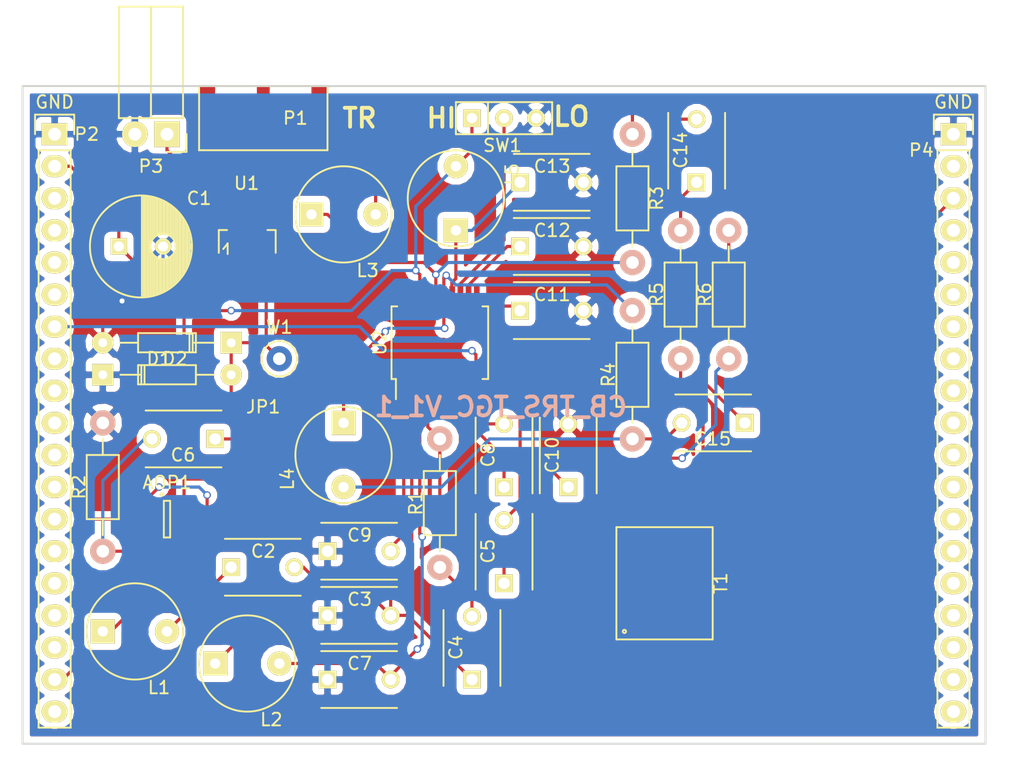
<source format=kicad_pcb>
(kicad_pcb (version 4) (host pcbnew 4.0.4+e1-6308~48~ubuntu16.04.1-stable)
  (layers (0 F.Cu signal) (31 B.Cu signal) (34 B.Paste user) (35 F.Paste user) (36 B.SilkS user) (37 F.SilkS user) (38 B.Mask user) (39 F.Mask user) (44 Edge.Cuts user))
  (net 0 "")
  (net 1 "Net-(AOP1-Pad1)")
  (net 2 "Net-(AOP1-Pad2)")
  (net 3 "Net-(AOP1-Pad3)")
  (net 4 "Net-(AOP1-Pad6)")
  (net 5 GND)
  (net 6 "Net-(C2-Pad1)")
  (net 7 "Net-(C2-Pad2)")
  (net 8 "Net-(C4-Pad2)")
  (net 9 "Net-(C5-Pad1)")
  (net 10 "Net-(C5-Pad2)")
  (net 11 "Net-(C6-Pad1)")
  (net 12 "Net-(C7-Pad2)")
  (net 13 "Net-(C8-Pad1)")
  (net 14 "Net-(C8-Pad2)")
  (net 15 "Net-(C9-Pad2)")
  (net 16 "Net-(C10-Pad1)")
  (net 17 "Net-(C11-Pad1)")
  (net 18 "Net-(C12-Pad1)")
  (net 19 "Net-(C13-Pad1)")
  (net 20 "Net-(C14-Pad1)")
  (net 21 "Net-(C14-Pad2)")
  (net 22 "Net-(C15-Pad1)")
  (net 23 "Net-(C15-Pad2)")
  (net 24 "Net-(D1-Pad1)")
  (net 25 "Net-(L3-Pad1)")
  (net 26 "Net-(L4-Pad1)")
  (net 27 "Net-(P1-Pad1)")
  (net 28 "Net-(P4-Pad3)")
  (net 29 "Net-(R5-Pad1)")
  (net 30 "Net-(R6-Pad1)")
  (net 31 "Net-(SW1-Pad2)")
  (net 32 "Net-(U1-Pad2)")
  (module "Echopen:SOT-23-6_Handsoldering(OPA625)" (layer F.Cu) (at 55.88 118.11)
    (fp_text reference AOP1 (at 0 -2.9) (layer F.SilkS))
    (fp_text value OPA625)
    (pad 1 smd rect (at -1.35 -0.95) (size 1.56 0.65) (layers F.Cu F.Paste F.Mask) (net 1 "Net-(AOP1-Pad1)"))
    (pad 2 smd rect (at -1.35 0) (size 1.56 0.65) (layers F.Cu F.Paste F.Mask) (net 2 "Net-(AOP1-Pad2)"))
    (pad 3 smd rect (at -1.35 0.95) (size 1.56 0.65) (layers F.Cu F.Paste F.Mask) (net 3 "Net-(AOP1-Pad3)"))
    (pad 4 smd rect (at 1.35 0.95) (size 1.56 0.65) (layers F.Cu F.Paste F.Mask) (net 1 "Net-(AOP1-Pad1)"))
    (pad 6 smd rect (at 1.35 -0.95) (size 1.56 0.65) (layers F.Cu F.Paste F.Mask) (net 4 "Net-(AOP1-Pad6)"))
    (pad 5 smd rect (at 1.35 0) (size 1.56 0.65) (layers F.Cu F.Paste F.Mask) (net 2 "Net-(AOP1-Pad2)"))
  )
  (module Echopen:CP_TH_common (layer F.Cu) (at 52.07 96.52)
    (fp_text reference C1 (at 6.35 -3.81) (layer F.SilkS))
    (fp_text value 10u)
    (pad 2 thru_hole circle (at 3.5 0) (size 1.3 1.3) (drill 0.8) (layers *.Cu *.Mask F.SilkS) (net 5 GND))
    (pad 1 thru_hole rect (at 0 0) (size 1.3 1.3) (drill 0.8) (layers *.Cu *.Mask F.SilkS) (net 4 "Net-(AOP1-Pad6)"))
  )
  (module Echopen:C_TH_common (layer F.Cu) (at 60.96 121.92)
    (fp_text reference C2 (at 2.54 -1.27) (layer F.SilkS))
    (fp_text value 100n)
    (pad 1 thru_hole rect (at 0 0) (size 1.4 1.4) (drill 0.9) (layers *.Cu *.Mask F.SilkS) (net 6 "Net-(C2-Pad1)"))
    (pad 2 thru_hole circle (at 5 0) (size 1.4 1.4) (drill 0.9) (layers *.Cu *.Mask F.SilkS) (net 7 "Net-(C2-Pad2)"))
  )
  (module Echopen:C_TH_common (layer F.Cu) (at 68.58 125.73)
    (fp_text reference C3 (at 2.54 -1.27) (layer F.SilkS))
    (fp_text value 22p)
    (pad 1 thru_hole rect (at 0 0) (size 1.4 1.4) (drill 0.9) (layers *.Cu *.Mask F.SilkS) (net 5 GND))
    (pad 2 thru_hole circle (at 5 0) (size 1.4 1.4) (drill 0.9) (layers *.Cu *.Mask F.SilkS) (net 7 "Net-(C2-Pad2)"))
  )
  (module Echopen:C_TH_common (layer F.Cu) (at 80.01 130.81 90)
    (fp_text reference C4 (at 2.54 -1.27 90) (layer F.SilkS))
    (fp_text value 18n)
    (pad 1 thru_hole rect (at 0 0 90) (size 1.4 1.4) (drill 0.9) (layers *.Cu *.Mask F.SilkS) (net 7 "Net-(C2-Pad2)"))
    (pad 2 thru_hole circle (at 5 0 90) (size 1.4 1.4) (drill 0.9) (layers *.Cu *.Mask F.SilkS) (net 8 "Net-(C4-Pad2)"))
  )
  (module Echopen:C_TH_common (layer F.Cu) (at 82.55 123.19 90)
    (fp_text reference C5 (at 2.54 -1.27 90) (layer F.SilkS))
    (fp_text value 100n)
    (pad 1 thru_hole rect (at 0 0 90) (size 1.4 1.4) (drill 0.9) (layers *.Cu *.Mask F.SilkS) (net 9 "Net-(C5-Pad1)"))
    (pad 2 thru_hole circle (at 5 0 90) (size 1.4 1.4) (drill 0.9) (layers *.Cu *.Mask F.SilkS) (net 10 "Net-(C5-Pad2)"))
  )
  (module Echopen:C_TH_common (layer F.Cu) (at 59.69 111.76 180)
    (fp_text reference C6 (at 2.54 -1.27 180) (layer F.SilkS))
    (fp_text value 1n)
    (pad 1 thru_hole rect (at 0 0 180) (size 1.4 1.4) (drill 0.9) (layers *.Cu *.Mask F.SilkS) (net 11 "Net-(C6-Pad1)"))
    (pad 2 thru_hole circle (at 5 0 180) (size 1.4 1.4) (drill 0.9) (layers *.Cu *.Mask F.SilkS) (net 3 "Net-(AOP1-Pad3)"))
  )
  (module Echopen:C_TH_common (layer F.Cu) (at 68.58 130.81)
    (fp_text reference C7 (at 2.54 -1.27) (layer F.SilkS))
    (fp_text value 100n)
    (pad 1 thru_hole rect (at 0 0) (size 1.4 1.4) (drill 0.9) (layers *.Cu *.Mask F.SilkS) (net 5 GND))
    (pad 2 thru_hole circle (at 5 0) (size 1.4 1.4) (drill 0.9) (layers *.Cu *.Mask F.SilkS) (net 12 "Net-(C7-Pad2)"))
  )
  (module Echopen:C_TH_common (layer F.Cu) (at 82.55 115.57 90)
    (fp_text reference C8 (at 2.54 -1.27 90) (layer F.SilkS))
    (fp_text value 100n)
    (pad 1 thru_hole rect (at 0 0 90) (size 1.4 1.4) (drill 0.9) (layers *.Cu *.Mask F.SilkS) (net 13 "Net-(C8-Pad1)"))
    (pad 2 thru_hole circle (at 5 0 90) (size 1.4 1.4) (drill 0.9) (layers *.Cu *.Mask F.SilkS) (net 14 "Net-(C8-Pad2)"))
  )
  (module Echopen:C_TH_common (layer F.Cu) (at 68.58 120.65)
    (fp_text reference C9 (at 2.54 -1.27) (layer F.SilkS))
    (fp_text value 100n)
    (pad 1 thru_hole rect (at 0 0) (size 1.4 1.4) (drill 0.9) (layers *.Cu *.Mask F.SilkS) (net 5 GND))
    (pad 2 thru_hole circle (at 5 0) (size 1.4 1.4) (drill 0.9) (layers *.Cu *.Mask F.SilkS) (net 15 "Net-(C9-Pad2)"))
  )
  (module Echopen:C_TH_common (layer F.Cu) (at 87.63 115.57 90)
    (fp_text reference C10 (at 2.54 -1.27 90) (layer F.SilkS))
    (fp_text value 1n)
    (pad 1 thru_hole rect (at 0 0 90) (size 1.4 1.4) (drill 0.9) (layers *.Cu *.Mask F.SilkS) (net 16 "Net-(C10-Pad1)"))
    (pad 2 thru_hole circle (at 5 0 90) (size 1.4 1.4) (drill 0.9) (layers *.Cu *.Mask F.SilkS) (net 5 GND))
  )
  (module Echopen:C_TH_common (layer F.Cu) (at 83.82 101.6)
    (fp_text reference C11 (at 2.54 -1.27) (layer F.SilkS))
    (fp_text value 100n)
    (pad 1 thru_hole rect (at 0 0) (size 1.4 1.4) (drill 0.9) (layers *.Cu *.Mask F.SilkS) (net 17 "Net-(C11-Pad1)"))
    (pad 2 thru_hole circle (at 5 0) (size 1.4 1.4) (drill 0.9) (layers *.Cu *.Mask F.SilkS) (net 5 GND))
  )
  (module Echopen:C_TH_common (layer F.Cu) (at 83.82 96.52)
    (fp_text reference C12 (at 2.54 -1.27) (layer F.SilkS))
    (fp_text value 100n)
    (pad 1 thru_hole rect (at 0 0) (size 1.4 1.4) (drill 0.9) (layers *.Cu *.Mask F.SilkS) (net 18 "Net-(C12-Pad1)"))
    (pad 2 thru_hole circle (at 5 0) (size 1.4 1.4) (drill 0.9) (layers *.Cu *.Mask F.SilkS) (net 5 GND))
  )
  (module Echopen:C_TH_common (layer F.Cu) (at 83.82 91.44)
    (fp_text reference C13 (at 2.54 -1.27) (layer F.SilkS))
    (fp_text value 100n)
    (pad 1 thru_hole rect (at 0 0) (size 1.4 1.4) (drill 0.9) (layers *.Cu *.Mask F.SilkS) (net 19 "Net-(C13-Pad1)"))
    (pad 2 thru_hole circle (at 5 0) (size 1.4 1.4) (drill 0.9) (layers *.Cu *.Mask F.SilkS) (net 5 GND))
  )
  (module Echopen:C_TH_common (layer F.Cu) (at 97.79 91.44 90)
    (fp_text reference C14 (at 2.54 -1.27 90) (layer F.SilkS))
    (fp_text value 100n)
    (pad 1 thru_hole rect (at 0 0 90) (size 1.4 1.4) (drill 0.9) (layers *.Cu *.Mask F.SilkS) (net 20 "Net-(C14-Pad1)"))
    (pad 2 thru_hole circle (at 5 0 90) (size 1.4 1.4) (drill 0.9) (layers *.Cu *.Mask F.SilkS) (net 21 "Net-(C14-Pad2)"))
  )
  (module Echopen:C_TH_common (layer F.Cu) (at 101.6 110.49 180)
    (fp_text reference C15 (at 2.54 -1.27 180) (layer F.SilkS))
    (fp_text value 100n)
    (pad 1 thru_hole rect (at 0 0 180) (size 1.4 1.4) (drill 0.9) (layers *.Cu *.Mask F.SilkS) (net 22 "Net-(C15-Pad1)"))
    (pad 2 thru_hole circle (at 5 0 180) (size 1.4 1.4) (drill 0.9) (layers *.Cu *.Mask F.SilkS) (net 23 "Net-(C15-Pad2)"))
  )
  (module Echopen:D_TH_common (layer F.Cu) (at 60.96 104.14 180)
    (fp_text reference D1 (at 5.715 -1.27 180) (layer F.SilkS))
    (fp_text value 1N4148)
    (pad 2 thru_hole circle (at 10.16052 -0.00254) (size 1.69926 1.69926) (drill 0.70104) (layers *.Cu *.Mask F.SilkS) (net 5 GND))
    (pad 1 thru_hole rect (at 0.00052 -0.00254) (size 1.69926 1.69926) (drill 0.70104) (layers *.Cu *.Mask F.SilkS) (net 24 "Net-(D1-Pad1)"))
  )
  (module Echopen:D_TH_common (layer F.Cu) (at 50.8 106.68)
    (fp_text reference D2 (at 5.715 -1.27) (layer F.SilkS))
    (fp_text value 1N4148)
    (pad 2 thru_hole circle (at 10.16052 -0.00254 180) (size 1.69926 1.69926) (drill 0.70104) (layers *.Cu *.Mask F.SilkS) (net 24 "Net-(D1-Pad1)"))
    (pad 1 thru_hole rect (at 0.00052 -0.00254 180) (size 1.69926 1.69926) (drill 0.70104) (layers *.Cu *.Mask F.SilkS) (net 5 GND))
  )
  (module Echopen:Jumper (layer F.Cu) (at 63.5 110.49)
    (fp_text reference JP1 (at 0 -1.27) (layer F.SilkS))
    (fp_text value JUMPER)
    (pad 1 smd rect (at -0.889 0) (size 1.27 1.27) (layers F.Cu F.Paste F.Mask) (net 24 "Net-(D1-Pad1)"))
    (pad 2 smd rect (at 0.889 0) (size 1.27 1.27) (layers F.Cu F.Paste F.Mask) (net 11 "Net-(C6-Pad1)"))
  )
  (module Echopen:INDUCTOR_TH_common (layer F.Cu) (at 53.34 127)
    (fp_text reference L1 (at 1.905 4.445) (layer F.SilkS))
    (fp_text value 120n)
    (pad 1 thru_hole rect (at -2.54 0) (size 1.905 1.905) (drill 0.8128) (layers *.Cu *.Mask F.SilkS) (net 1 "Net-(AOP1-Pad1)"))
    (pad 2 thru_hole circle (at 2.54 0) (size 1.905 1.905) (drill 0.8128) (layers *.Cu *.Mask F.SilkS) (net 6 "Net-(C2-Pad1)"))
  )
  (module Echopen:INDUCTOR_TH_common (layer F.Cu) (at 62.23 129.54)
    (fp_text reference L2 (at 1.905 4.445) (layer F.SilkS))
    (fp_text value 120n)
    (pad 1 thru_hole rect (at -2.54 0) (size 1.905 1.905) (drill 0.8128) (layers *.Cu *.Mask F.SilkS) (net 4 "Net-(AOP1-Pad6)"))
    (pad 2 thru_hole circle (at 2.54 0) (size 1.905 1.905) (drill 0.8128) (layers *.Cu *.Mask F.SilkS) (net 12 "Net-(C7-Pad2)"))
  )
  (module Echopen:INDUCTOR_TH_common (layer F.Cu) (at 69.85 93.98)
    (fp_text reference L3 (at 1.905 4.445) (layer F.SilkS))
    (fp_text value 120n)
    (pad 1 thru_hole rect (at -2.54 0) (size 1.905 1.905) (drill 0.8128) (layers *.Cu *.Mask F.SilkS) (net 25 "Net-(L3-Pad1)"))
    (pad 2 thru_hole circle (at 2.54 0) (size 1.905 1.905) (drill 0.8128) (layers *.Cu *.Mask F.SilkS) (net 21 "Net-(C14-Pad2)"))
  )
  (module Echopen:INDUCTOR_TH_common (layer F.Cu) (at 69.85 113.03 270)
    (fp_text reference L4 (at 1.905 4.445 270) (layer F.SilkS))
    (fp_text value 120n)
    (pad 1 thru_hole rect (at -2.54 0 270) (size 1.905 1.905) (drill 0.8128) (layers *.Cu *.Mask F.SilkS) (net 26 "Net-(L4-Pad1)"))
    (pad 2 thru_hole circle (at 2.54 0 270) (size 1.905 1.905) (drill 0.8128) (layers *.Cu *.Mask F.SilkS) (net 23 "Net-(C15-Pad2)"))
  )
  (module Echopen:INDUCTOR_TH_common (layer F.Cu) (at 78.74 92.71 90)
    (fp_text reference L5 (at 1.905 4.445 90) (layer F.SilkS))
    (fp_text value 120n)
    (pad 1 thru_hole rect (at -2.54 0 90) (size 1.905 1.905) (drill 0.8128) (layers *.Cu *.Mask F.SilkS) (net 19 "Net-(C13-Pad1)"))
    (pad 2 thru_hole circle (at 2.54 0 90) (size 1.905 1.905) (drill 0.8128) (layers *.Cu *.Mask F.SilkS) (net 4 "Net-(AOP1-Pad6)"))
  )
  (module Socket_Strips:Socket_Strip_Angled_1x02 (layer F.Cu) (at 55.88 87.63 180)
    (fp_text reference P3 (at 1.27 -2.54 180) (layer F.SilkS))
    (fp_text value CONN_01X02)
    (pad 1 thru_hole rect (at 0 0 180) (size 2.032 2.032) (drill 1.016) (layers *.Cu *.Mask F.SilkS) (net 27 "Net-(P1-Pad1)"))
    (pad 2 thru_hole oval (at 2.54 0 180) (size 2.032 2.032) (drill 1.016) (layers *.Cu *.Mask F.SilkS) (net 5 GND))
  )
  (module Echopen:Resistor_TH_common (layer F.Cu) (at 77.47 121.92 90)
    (fp_text reference R1 (at 5.08 -1.905 90) (layer F.SilkS))
    (fp_text value 274)
    (pad 1 thru_hole circle (at 0 0 90) (size 1.99898 1.99898) (drill 1.00076) (layers *.Cu *.SilkS *.Mask) (net 8 "Net-(C4-Pad2)"))
    (pad 2 thru_hole circle (at 10.16 0 90) (size 1.99898 1.99898) (drill 1.00076) (layers *.Cu *.SilkS *.Mask) (net 9 "Net-(C5-Pad1)"))
  )
  (module Echopen:Resistor_TH_common (layer F.Cu) (at 50.8 120.65 90)
    (fp_text reference R2 (at 5.08 -1.905 90) (layer F.SilkS))
    (fp_text value 220)
    (pad 1 thru_hole circle (at 0 0 90) (size 1.99898 1.99898) (drill 1.00076) (layers *.Cu *.SilkS *.Mask) (net 3 "Net-(AOP1-Pad3)"))
    (pad 2 thru_hole circle (at 10.16 0 90) (size 1.99898 1.99898) (drill 1.00076) (layers *.Cu *.SilkS *.Mask) (net 5 GND))
  )
  (module Echopen:Resistor_TH_common (layer F.Cu) (at 92.71 87.63 270)
    (fp_text reference R3 (at 5.08 -1.905 270) (layer F.SilkS))
    (fp_text value 100)
    (pad 1 thru_hole circle (at 0 0 270) (size 1.99898 1.99898) (drill 1.00076) (layers *.Cu *.SilkS *.Mask) (net 21 "Net-(C14-Pad2)"))
    (pad 2 thru_hole circle (at 10.16 0 270) (size 1.99898 1.99898) (drill 1.00076) (layers *.Cu *.SilkS *.Mask) (net 25 "Net-(L3-Pad1)"))
  )
  (module Echopen:Resistor_TH_common (layer F.Cu) (at 92.71 111.76 90)
    (fp_text reference R4 (at 5.08 -1.905 90) (layer F.SilkS))
    (fp_text value 100)
    (pad 1 thru_hole circle (at 0 0 90) (size 1.99898 1.99898) (drill 1.00076) (layers *.Cu *.SilkS *.Mask) (net 23 "Net-(C15-Pad2)"))
    (pad 2 thru_hole circle (at 10.16 0 90) (size 1.99898 1.99898) (drill 1.00076) (layers *.Cu *.SilkS *.Mask) (net 26 "Net-(L4-Pad1)"))
  )
  (module Echopen:Resistor_TH_common (layer F.Cu) (at 96.52 105.41 90)
    (fp_text reference R5 (at 5.08 -1.905 90) (layer F.SilkS))
    (fp_text value 237)
    (pad 1 thru_hole circle (at 0 0 90) (size 1.99898 1.99898) (drill 1.00076) (layers *.Cu *.SilkS *.Mask) (net 29 "Net-(R5-Pad1)"))
    (pad 2 thru_hole circle (at 10.16 0 90) (size 1.99898 1.99898) (drill 1.00076) (layers *.Cu *.SilkS *.Mask) (net 20 "Net-(C14-Pad1)"))
  )
  (module Echopen:Resistor_TH_common (layer F.Cu) (at 100.33 105.41 90)
    (fp_text reference R6 (at 5.08 -1.905 90) (layer F.SilkS))
    (fp_text value 237)
    (pad 1 thru_hole circle (at 0 0 90) (size 1.99898 1.99898) (drill 1.00076) (layers *.Cu *.SilkS *.Mask) (net 30 "Net-(R6-Pad1)"))
    (pad 2 thru_hole circle (at 10.16 0 90) (size 1.99898 1.99898) (drill 1.00076) (layers *.Cu *.SilkS *.Mask) (net 22 "Net-(C15-Pad1)"))
  )
  (module Buttons_Switches_ThroughHole:SW_Micro_SPST (layer F.Cu) (at 82.55 86.36)
    (fp_text reference SW1 (at -0.127 2.159) (layer F.SilkS))
    (fp_text value SWITCH_INV)
    (pad 1 thru_hole rect (at -2.54 0) (size 1.397 1.397) (drill 0.8128) (layers *.Cu *.Mask F.SilkS) (net 4 "Net-(AOP1-Pad6)"))
    (pad 2 thru_hole circle (at 0 0) (size 1.397 1.397) (drill 0.8128) (layers *.Cu *.Mask F.SilkS) (net 31 "Net-(SW1-Pad2)"))
    (pad 3 thru_hole circle (at 2.54 0) (size 1.397 1.397) (drill 0.8128) (layers *.Cu *.Mask F.SilkS) (net 5 GND))
  )
  (module TO_SOT_Packages_SMD:SOT89-3_Housing_Handsoldering (layer F.Cu) (at 62.23 96.52)
    (fp_text reference U1 (at -0.0508 -5.00126) (layer F.SilkS))
    (fp_text value MD0100)
    (pad 1 smd rect (at -1.50114 2.35204) (size 1.00076 2.5019) (layers F.Cu F.Paste F.Mask) (net 27 "Net-(P1-Pad1)"))
    (pad 2 smd rect (at 0 2.35204) (size 1.00076 2.5019) (layers F.Cu F.Paste F.Mask) (net 32 "Net-(U1-Pad2)"))
    (pad 3 smd rect (at 1.50114 2.35204) (size 1.00076 2.5019) (layers F.Cu F.Paste F.Mask) (net 24 "Net-(D1-Pad1)"))
    (pad 2 smd rect (at 0 -1.6002) (size 1.99898 4.0005) (layers F.Cu F.Paste F.Mask) (net 32 "Net-(U1-Pad2)"))
    (pad 2 smd trapezoid (at 0 0.7493 180) (size 1.50114 0.7493) (rect_delta 0 0.50038) (layers F.Cu F.Paste F.Mask) (net 32 "Net-(U1-Pad2)"))
  )
  (module Measurement_Points:Test_Point_Keystone_5000-5004_Miniature (layer F.Cu) (at 64.77 105.41)
    (fp_text reference W1 (at 0 -2.5) (layer F.SilkS))
    (fp_text value TEST_1P)
    (pad 1 thru_hole circle (at 0 0) (size 2 2) (drill 1) (layers *.Cu *.Mask) (net 24 "Net-(D1-Pad1)"))
  )
  (module Echopen:SMA (layer F.Cu) (at 63.5 86.36)
    (fp_text reference P1 (at 2.54 0) (layer F.SilkS))
    (fp_text value SMA)
    (pad 2 smd rect (at -5.08 0) (size 1.27 5.08) (drill (offset 0.635 0)) (layers *.Paste *.Mask F.Cu) (net 5 GND))
    (pad 2 smd rect (at 5.08 0) (size 1.27 5.08) (drill (offset -0.635 0)) (layers *.Paste *.Mask F.Cu) (net 5 GND))
    (pad 1 smd rect (at 0 0) (size 1.016 5.08) (layers F.Cu F.Paste F.Mask) (net 27 "Net-(P1-Pad1)"))
  )
  (module Echopen:Header_1x19 (layer F.Cu) (at 118.11 110.49)
    (fp_text reference P4 (at -2.54 -21.59) (layer F.SilkS))
    (fp_text value CONN_01X19)
    (fp_text user GND (at 0 -25.4) (layer F.SilkS))
    (pad 1 thru_hole rect (at 0 -22.86 270) (size 1.7272 2.032) (drill 1.016) (layers *.Cu *.Mask F.SilkS) (net 5 GND))
    (pad 2 thru_hole oval (at 0 -20.32 270) (size 1.7272 2.032) (drill 1.016) (layers *.Cu *.Mask F.SilkS))
    (pad 3 thru_hole oval (at 0 -17.78 270) (size 1.7272 2.032) (drill 1.016) (layers *.Cu *.Mask F.SilkS) (net 28 "Net-(P4-Pad3)"))
    (pad 4 thru_hole oval (at 0 -15.24 270) (size 1.7272 2.032) (drill 1.016) (layers *.Cu *.Mask F.SilkS))
    (pad 5 thru_hole oval (at 0 -12.7 270) (size 1.7272 2.032) (drill 1.016) (layers *.Cu *.Mask F.SilkS))
    (pad 6 thru_hole oval (at 0 -10.16 270) (size 1.7272 2.032) (drill 1.016) (layers *.Cu *.Mask F.SilkS))
    (pad 7 thru_hole oval (at 0 -7.62 270) (size 1.7272 2.032) (drill 1.016) (layers *.Cu *.Mask F.SilkS))
    (pad 8 thru_hole oval (at 0 -5.08 270) (size 1.7272 2.032) (drill 1.016) (layers *.Cu *.Mask F.SilkS))
    (pad 9 thru_hole oval (at 0 -2.54 270) (size 1.7272 2.032) (drill 1.016) (layers *.Cu *.Mask F.SilkS))
    (pad 10 thru_hole oval (at 0 0 270) (size 1.7272 2.032) (drill 1.016) (layers *.Cu *.Mask F.SilkS))
    (pad 11 thru_hole oval (at 0 2.54 270) (size 1.7272 2.032) (drill 1.016) (layers *.Cu *.Mask F.SilkS))
    (pad 12 thru_hole oval (at 0 5.08 270) (size 1.7272 2.032) (drill 1.016) (layers *.Cu *.Mask F.SilkS))
    (pad 13 thru_hole oval (at 0 7.62 270) (size 1.7272 2.032) (drill 1.016) (layers *.Cu *.Mask F.SilkS))
    (pad 14 thru_hole oval (at 0 10.16 270) (size 1.7272 2.032) (drill 1.016) (layers *.Cu *.Mask F.SilkS))
    (pad 15 thru_hole oval (at 0 12.7 270) (size 1.7272 2.032) (drill 1.016) (layers *.Cu *.Mask F.SilkS))
    (pad 16 thru_hole oval (at 0 15.24 270) (size 1.7272 2.032) (drill 1.016) (layers *.Cu *.Mask F.SilkS))
    (pad 17 thru_hole oval (at 0 17.78 270) (size 1.7272 2.032) (drill 1.016) (layers *.Cu *.Mask F.SilkS))
    (pad 18 thru_hole oval (at 0 20.32 270) (size 1.7272 2.032) (drill 1.016) (layers *.Cu *.Mask F.SilkS))
    (pad 19 thru_hole oval (at 0 22.86 270) (size 1.7272 2.032) (drill 1.016) (layers *.Cu *.Mask F.SilkS))
  )
  (module Echopen:Header_1x19 (layer F.Cu) (at 46.99 110.49)
    (fp_text reference P2 (at 2.54 -22.86) (layer F.SilkS))
    (fp_text value CONN_01X19)
    (fp_text user GND (at 0 -25.4) (layer F.SilkS))
    (pad 1 thru_hole rect (at 0 -22.86 270) (size 1.7272 2.032) (drill 1.016) (layers *.Cu *.Mask F.SilkS) (net 5 GND))
    (pad 2 thru_hole oval (at 0 -20.32 270) (size 1.7272 2.032) (drill 1.016) (layers *.Cu *.Mask F.SilkS) (net 4 "Net-(AOP1-Pad6)"))
    (pad 3 thru_hole oval (at 0 -17.78 270) (size 1.7272 2.032) (drill 1.016) (layers *.Cu *.Mask F.SilkS))
    (pad 4 thru_hole oval (at 0 -15.24 270) (size 1.7272 2.032) (drill 1.016) (layers *.Cu *.Mask F.SilkS))
    (pad 5 thru_hole oval (at 0 -12.7 270) (size 1.7272 2.032) (drill 1.016) (layers *.Cu *.Mask F.SilkS))
    (pad 6 thru_hole oval (at 0 -10.16 270) (size 1.7272 2.032) (drill 1.016) (layers *.Cu *.Mask F.SilkS))
    (pad 7 thru_hole oval (at 0 -7.62 270) (size 1.7272 2.032) (drill 1.016) (layers *.Cu *.Mask F.SilkS) (net 16 "Net-(C10-Pad1)"))
    (pad 8 thru_hole oval (at 0 -5.08 270) (size 1.7272 2.032) (drill 1.016) (layers *.Cu *.Mask F.SilkS))
    (pad 9 thru_hole oval (at 0 -2.54 270) (size 1.7272 2.032) (drill 1.016) (layers *.Cu *.Mask F.SilkS))
    (pad 10 thru_hole oval (at 0 0 270) (size 1.7272 2.032) (drill 1.016) (layers *.Cu *.Mask F.SilkS))
    (pad 11 thru_hole oval (at 0 2.54 270) (size 1.7272 2.032) (drill 1.016) (layers *.Cu *.Mask F.SilkS))
    (pad 12 thru_hole oval (at 0 5.08 270) (size 1.7272 2.032) (drill 1.016) (layers *.Cu *.Mask F.SilkS))
    (pad 13 thru_hole oval (at 0 7.62 270) (size 1.7272 2.032) (drill 1.016) (layers *.Cu *.Mask F.SilkS))
    (pad 14 thru_hole oval (at 0 10.16 270) (size 1.7272 2.032) (drill 1.016) (layers *.Cu *.Mask F.SilkS))
    (pad 15 thru_hole oval (at 0 12.7 270) (size 1.7272 2.032) (drill 1.016) (layers *.Cu *.Mask F.SilkS))
    (pad 16 thru_hole oval (at 0 15.24 270) (size 1.7272 2.032) (drill 1.016) (layers *.Cu *.Mask F.SilkS))
    (pad 17 thru_hole oval (at 0 17.78 270) (size 1.7272 2.032) (drill 1.016) (layers *.Cu *.Mask F.SilkS))
    (pad 18 thru_hole oval (at 0 20.32 270) (size 1.7272 2.032) (drill 1.016) (layers *.Cu *.Mask F.SilkS) (net 2 "Net-(AOP1-Pad2)"))
    (pad 19 thru_hole oval (at 0 22.86 270) (size 1.7272 2.032) (drill 1.016) (layers *.Cu *.Mask F.SilkS))
  )
  (module Housings_SSOP:SSOP-20_5.3x7.2mm_Pitch0.65mm (layer F.Cu) (at 77.47 104.14 90)
    (fp_text reference U2 (at 0 -4.75 90) (layer F.SilkS))
    (fp_text value AD8331)
    (pad 1 smd rect (at -3.6 -2.925 90) (size 1.75 0.45) (layers F.Cu F.Paste F.Mask) (net 15 "Net-(C9-Pad2)"))
    (pad 2 smd rect (at -3.6 -2.275 90) (size 1.75 0.45) (layers F.Cu F.Paste F.Mask) (net 7 "Net-(C2-Pad2)"))
    (pad 3 smd rect (at -3.6 -1.625 90) (size 1.75 0.45) (layers F.Cu F.Paste F.Mask) (net 12 "Net-(C7-Pad2)"))
    (pad 4 smd rect (at -3.6 -0.975 90) (size 1.75 0.45) (layers F.Cu F.Paste F.Mask) (net 9 "Net-(C5-Pad1)"))
    (pad 5 smd rect (at -3.6 -0.325 90) (size 1.75 0.45) (layers F.Cu F.Paste F.Mask) (net 13 "Net-(C8-Pad1)"))
    (pad 6 smd rect (at -3.6 0.325 90) (size 1.75 0.45) (layers F.Cu F.Paste F.Mask) (net 5 GND))
    (pad 7 smd rect (at -3.6 0.975 90) (size 1.75 0.45) (layers F.Cu F.Paste F.Mask) (net 14 "Net-(C8-Pad2)"))
    (pad 8 smd rect (at -3.6 1.625 90) (size 1.75 0.45) (layers F.Cu F.Paste F.Mask) (net 10 "Net-(C5-Pad2)"))
    (pad 9 smd rect (at -3.6 2.275 90) (size 1.75 0.45) (layers F.Cu F.Paste F.Mask) (net 5 GND))
    (pad 10 smd rect (at -3.6 2.925 90) (size 1.75 0.45) (layers F.Cu F.Paste F.Mask) (net 16 "Net-(C10-Pad1)"))
    (pad 11 smd rect (at 3.6 2.925 90) (size 1.75 0.45) (layers F.Cu F.Paste F.Mask) (net 17 "Net-(C11-Pad1)"))
    (pad 12 smd rect (at 3.6 2.275 90) (size 1.75 0.45) (layers F.Cu F.Paste F.Mask) (net 18 "Net-(C12-Pad1)"))
    (pad 13 smd rect (at 3.6 1.625 90) (size 1.75 0.45) (layers F.Cu F.Paste F.Mask) (net 31 "Net-(SW1-Pad2)"))
    (pad 14 smd rect (at 3.6 0.975 90) (size 1.75 0.45) (layers F.Cu F.Paste F.Mask) (net 19 "Net-(C13-Pad1)"))
    (pad 15 smd rect (at 3.6 0.325 90) (size 1.75 0.45) (layers F.Cu F.Paste F.Mask) (net 26 "Net-(L4-Pad1)"))
    (pad 16 smd rect (at 3.6 -0.325 90) (size 1.75 0.45) (layers F.Cu F.Paste F.Mask) (net 25 "Net-(L3-Pad1)"))
    (pad 17 smd rect (at 3.6 -0.975 90) (size 1.75 0.45) (layers F.Cu F.Paste F.Mask) (net 5 GND))
    (pad 18 smd rect (at 3.6 -1.625 90) (size 1.75 0.45) (layers F.Cu F.Paste F.Mask) (net 4 "Net-(AOP1-Pad6)"))
    (pad 19 smd rect (at 3.6 -2.275 90) (size 1.75 0.45) (layers F.Cu F.Paste F.Mask) (net 4 "Net-(AOP1-Pad6)"))
    (pad 20 smd rect (at 3.6 -2.925 90) (size 1.75 0.45) (layers F.Cu F.Paste F.Mask) (net 5 GND))
  )
  (module "Echopen:Transfo_6pins(coilcraft)" (layer F.Cu) (at 95.25 123.19 270)
    (fp_text reference T1 (at 0 -4.445 270) (layer F.SilkS))
    (fp_text value TRANSFO_6pins)
    (pad 3 smd rect (at -2.921 -2.54 270) (size 3.81 1.27) (layers F.Cu F.Paste F.Mask) (net 29 "Net-(R5-Pad1)"))
    (pad 2 smd rect (at -2.921 0 270) (size 3.81 1.27) (layers F.Cu F.Paste F.Mask) (net 5 GND))
    (pad 1 smd rect (at -2.921 2.54 270) (size 3.81 1.27) (layers F.Cu F.Paste F.Mask) (net 30 "Net-(R6-Pad1)"))
    (pad 4 smd rect (at 2.921 -2.54 270) (size 3.81 1.27) (layers F.Cu F.Paste F.Mask) (net 5 GND))
    (pad 5 smd rect (at 2.921 0 270) (size 3.81 1.27) (layers F.Cu F.Paste F.Mask))
    (pad 6 smd rect (at 2.921 2.54 270) (size 3.81 1.27) (layers F.Cu F.Paste F.Mask) (net 28 "Net-(P4-Pad3)"))
  )
  (gr_text HI (at 77.597 86.36) (layer F.SilkS) (effects (font (size 1.5 1.5) (thickness 0.3))))
  (gr_text LO (at 87.884 86.233) (layer F.SilkS) (effects (font (size 1.5 1.5) (thickness 0.3))))
  (gr_text CB_TRS_TGC_V1_1 (at 82.296 109.22) (layer B.SilkS) (effects (font (size 1.5 1.5) (thickness 0.3)) (justify mirror)))
  (gr_line (start 120.65 135.89) (end 107.95 135.89) (angle 90) (layer Edge.Cuts) (width 0.15))
  (gr_line (start 120.65 83.82) (end 120.65 135.89) (angle 90) (layer Edge.Cuts) (width 0.15))
  (gr_line (start 44.45 83.82) (end 120.65 83.82) (angle 90) (layer Edge.Cuts) (width 0.15))
  (gr_text TR (at 71.12 86.36) (layer F.SilkS) (effects (font (size 1.5 1.5) (thickness 0.3))))
  (gr_line (start 44.45 135.89) (end 107.95 135.89) (angle 90) (layer Edge.Cuts) (width 0.15))
  (gr_line (start 44.45 83.82) (end 44.45 135.89) (angle 90) (layer Edge.Cuts) (width 0.15))
  (segment (start 57.23 120.65) (end 58.42 120.65) (width 0.25) (layer F.Cu) (net 1))
  (segment (start 54.53 116.285) (end 54.53 117.16) (width 0.25) (layer F.Cu) (net 1))
  (segment (start 55.245 115.57) (end 54.53 116.285) (width 0.25) (layer F.Cu) (net 1))
  (via (at 55.245 115.57) (size 0.6) (drill 0.4) (layers F.Cu B.Cu) (net 1))
  (segment (start 58.42 115.57) (end 55.245 115.57) (width 0.25) (layer B.Cu) (net 1))
  (segment (start 59.055 116.205) (end 58.42 115.57) (width 0.25) (layer B.Cu) (net 1))
  (via (at 59.055 116.205) (size 0.6) (drill 0.4) (layers F.Cu B.Cu) (net 1))
  (segment (start 59.055 120.015) (end 59.055 116.205) (width 0.25) (layer F.Cu) (net 1))
  (segment (start 58.42 120.65) (end 59.055 120.015) (width 0.25) (layer F.Cu) (net 1))
  (segment (start 50.8 127) (end 51.435 127) (width 0.25) (layer F.Cu) (net 1))
  (segment (start 51.435 127) (end 57.23 121.205) (width 0.25) (layer F.Cu) (net 1))
  (segment (start 57.23 121.205) (end 57.23 120.65) (width 0.25) (layer F.Cu) (net 1))
  (segment (start 57.23 120.65) (end 57.23 119.06) (width 0.25) (layer F.Cu) (net 1))
  (segment (start 54.53 118.11) (end 48.895 118.11) (width 0.25) (layer F.Cu) (net 2))
  (segment (start 48.895 129.54) (end 47.625 130.81) (width 0.25) (layer F.Cu) (net 2))
  (segment (start 48.895 118.11) (end 48.895 129.54) (width 0.25) (layer F.Cu) (net 2))
  (segment (start 47.625 130.81) (end 46.99 130.81) (width 0.25) (layer F.Cu) (net 2))
  (segment (start 57.23 118.11) (end 54.53 118.11) (width 0.25) (layer F.Cu) (net 2))
  (segment (start 54.69 111.76) (end 54.102 111.76) (width 0.25) (layer B.Cu) (net 3))
  (segment (start 54.102 111.76) (end 50.8 115.062) (width 0.25) (layer B.Cu) (net 3))
  (segment (start 50.8 115.062) (end 50.8 120.65) (width 0.25) (layer B.Cu) (net 3))
  (segment (start 50.8 120.65) (end 52.94 120.65) (width 0.25) (layer F.Cu) (net 3))
  (segment (start 52.94 120.65) (end 54.53 119.06) (width 0.25) (layer F.Cu) (net 3))
  (segment (start 80.01 86.36) (end 80.01 88.9) (width 0.25) (layer F.Cu) (net 4))
  (segment (start 80.01 88.9) (end 78.74 90.17) (width 0.25) (layer F.Cu) (net 4))
  (segment (start 75.565 98.425) (end 75.565 93.345) (width 0.25) (layer B.Cu) (net 4))
  (segment (start 75.565 93.345) (end 78.74 90.17) (width 0.25) (layer B.Cu) (net 4))
  (segment (start 75.8825 101.24) (end 75.2475 101.24) (width 0.25) (layer F.Cu) (net 4))
  (segment (start 57.23 101.6) (end 60.96 101.6) (width 0.25) (layer F.Cu) (net 4))
  (segment (start 75.8825 98.7425) (end 75.8825 101.24) (width 0.25) (layer F.Cu) (net 4))
  (segment (start 75.565 98.425) (end 75.8825 98.7425) (width 0.25) (layer F.Cu) (net 4))
  (via (at 75.565 98.425) (size 0.6) (drill 0.4) (layers F.Cu B.Cu) (net 4))
  (segment (start 73.66 98.425) (end 75.565 98.425) (width 0.25) (layer B.Cu) (net 4))
  (segment (start 70.485 101.6) (end 73.66 98.425) (width 0.25) (layer B.Cu) (net 4))
  (segment (start 60.96 101.6) (end 70.485 101.6) (width 0.25) (layer B.Cu) (net 4))
  (via (at 60.96 101.6) (size 0.6) (drill 0.4) (layers F.Cu B.Cu) (net 4))
  (segment (start 57.23 114.935) (end 60.325 114.935) (width 0.25) (layer F.Cu) (net 4))
  (segment (start 62.865 126.365) (end 59.69 129.54) (width 0.25) (layer F.Cu) (net 4))
  (segment (start 62.865 117.475) (end 62.865 126.365) (width 0.25) (layer F.Cu) (net 4))
  (segment (start 60.325 114.935) (end 62.865 117.475) (width 0.25) (layer F.Cu) (net 4))
  (segment (start 57.23 117.16) (end 57.23 114.935) (width 0.25) (layer F.Cu) (net 4))
  (segment (start 57.23 114.935) (end 57.23 101.6) (width 0.25) (layer F.Cu) (net 4))
  (segment (start 57.23 101.6) (end 57.23 101.68) (width 0.25) (layer F.Cu) (net 4))
  (segment (start 57.23 101.68) (end 52.07 96.52) (width 0.25) (layer F.Cu) (net 4))
  (segment (start 46.99 90.17) (end 48.26 90.17) (width 0.25) (layer F.Cu) (net 4))
  (segment (start 52.07 93.98) (end 52.07 96.52) (width 0.25) (layer F.Cu) (net 4))
  (segment (start 48.26 90.17) (end 52.07 93.98) (width 0.25) (layer F.Cu) (net 4))
  (segment (start 50.79948 104.14254) (end 50.79948 102.36252) (width 0.25) (layer F.Cu) (net 5))
  (segment (start 55.57 97.592) (end 55.57 96.52) (width 0.25) (layer B.Cu) (net 5))
  (segment (start 52.324 100.838) (end 55.57 97.592) (width 0.25) (layer B.Cu) (net 5))
  (via (at 52.324 100.838) (size 0.6) (drill 0.4) (layers F.Cu B.Cu) (net 5))
  (segment (start 50.79948 102.36252) (end 52.324 100.838) (width 0.25) (layer F.Cu) (net 5))
  (segment (start 76.5175 101.24) (end 76.5175 103.886) (width 0.25) (layer F.Cu) (net 5))
  (segment (start 76.5175 103.886) (end 76.581 103.886) (width 0.25) (layer F.Cu) (net 5))
  (segment (start 77.7875 107.04) (end 77.7875 103.886) (width 0.25) (layer F.Cu) (net 5))
  (segment (start 77.7875 103.886) (end 77.724 103.886) (width 0.25) (layer F.Cu) (net 5))
  (segment (start 74.6125 101.24) (end 74.6125 103.9495) (width 0.25) (layer F.Cu) (net 5))
  (segment (start 79.6925 105.7275) (end 79.6925 107.04) (width 0.25) (layer F.Cu) (net 5))
  (segment (start 77.851 103.886) (end 79.6925 105.7275) (width 0.25) (layer F.Cu) (net 5))
  (segment (start 74.676 103.886) (end 76.581 103.886) (width 0.25) (layer F.Cu) (net 5))
  (segment (start 76.581 103.886) (end 77.724 103.886) (width 0.25) (layer F.Cu) (net 5))
  (segment (start 77.724 103.886) (end 77.851 103.886) (width 0.25) (layer F.Cu) (net 5))
  (segment (start 74.6125 103.9495) (end 74.676 103.886) (width 0.25) (layer F.Cu) (net 5))
  (segment (start 55.88 127) (end 60.96 121.92) (width 0.25) (layer F.Cu) (net 6))
  (segment (start 73.58 125.73) (end 73.58 123.143) (width 0.25) (layer F.Cu) (net 7))
  (segment (start 75.2475 121.4755) (end 75.2475 107.04) (width 0.25) (layer F.Cu) (net 7))
  (segment (start 73.58 123.143) (end 75.2475 121.4755) (width 0.25) (layer F.Cu) (net 7))
  (segment (start 73.58 125.73) (end 74.93 125.73) (width 0.25) (layer F.Cu) (net 7))
  (segment (start 74.93 125.73) (end 80.01 130.81) (width 0.25) (layer F.Cu) (net 7))
  (segment (start 65.96 121.92) (end 66.675 121.92) (width 0.25) (layer F.Cu) (net 7))
  (segment (start 71.675 123.825) (end 73.58 125.73) (width 0.25) (layer F.Cu) (net 7))
  (segment (start 68.58 123.825) (end 71.675 123.825) (width 0.25) (layer F.Cu) (net 7))
  (segment (start 66.675 121.92) (end 68.58 123.825) (width 0.25) (layer F.Cu) (net 7))
  (segment (start 80.01 125.81) (end 80.01 124.46) (width 0.25) (layer F.Cu) (net 8))
  (segment (start 80.01 124.46) (end 77.47 121.92) (width 0.25) (layer F.Cu) (net 8))
  (segment (start 77.47 111.76) (end 77.47 116.713) (width 0.25) (layer F.Cu) (net 9))
  (segment (start 82.55 121.793) (end 82.55 123.19) (width 0.25) (layer F.Cu) (net 9))
  (segment (start 77.47 116.713) (end 82.55 121.793) (width 0.25) (layer F.Cu) (net 9))
  (segment (start 76.5175 107.04) (end 76.5175 110.8075) (width 0.25) (layer F.Cu) (net 9))
  (segment (start 76.5175 110.8075) (end 77.47 111.76) (width 0.25) (layer F.Cu) (net 9))
  (segment (start 79.095 107.74) (end 79.095 108.813) (width 0.25) (layer F.Cu) (net 10))
  (segment (start 83.82 116.92) (end 82.55 118.19) (width 0.25) (layer F.Cu) (net 10))
  (segment (start 83.82 109.22) (end 83.82 116.92) (width 0.25) (layer F.Cu) (net 10))
  (segment (start 83.566 108.966) (end 83.82 109.22) (width 0.25) (layer F.Cu) (net 10))
  (segment (start 79.248 108.966) (end 83.566 108.966) (width 0.25) (layer F.Cu) (net 10))
  (segment (start 79.095 108.813) (end 79.248 108.966) (width 0.25) (layer F.Cu) (net 10))
  (segment (start 79.0575 107.04) (end 79.0575 108.3945) (width 0.25) (layer F.Cu) (net 10))
  (segment (start 59.69 111.76) (end 64.135 111.76) (width 0.25) (layer F.Cu) (net 11))
  (segment (start 64.389 111.506) (end 64.389 110.49) (width 0.25) (layer F.Cu) (net 11))
  (segment (start 64.135 111.76) (end 64.389 111.506) (width 0.25) (layer F.Cu) (net 11))
  (segment (start 73.58 130.81) (end 73.58 130.509) (width 0.25) (layer F.Cu) (net 12))
  (segment (start 73.58 130.509) (end 75.692 128.397) (width 0.25) (layer F.Cu) (net 12))
  (segment (start 75.8825 119.3165) (end 75.8825 107.04) (width 0.25) (layer F.Cu) (net 12))
  (segment (start 76.073 119.507) (end 75.8825 119.3165) (width 0.25) (layer F.Cu) (net 12))
  (via (at 76.073 119.507) (size 0.6) (drill 0.4) (layers F.Cu B.Cu) (net 12))
  (segment (start 76.073 128.016) (end 76.073 119.507) (width 0.25) (layer B.Cu) (net 12))
  (segment (start 75.692 128.397) (end 76.073 128.016) (width 0.25) (layer B.Cu) (net 12))
  (via (at 75.692 128.397) (size 0.6) (drill 0.4) (layers F.Cu B.Cu) (net 12))
  (segment (start 64.77 129.54) (end 72.39 129.54) (width 0.25) (layer F.Cu) (net 12))
  (segment (start 72.39 129.54) (end 73.58 130.73) (width 0.25) (layer F.Cu) (net 12))
  (segment (start 73.58 130.73) (end 73.58 130.81) (width 0.25) (layer F.Cu) (net 12))
  (segment (start 82.55 115.57) (end 82.55 113.284) (width 0.25) (layer F.Cu) (net 13))
  (segment (start 77.1525 109.9185) (end 77.1525 107.04) (width 0.25) (layer F.Cu) (net 13))
  (segment (start 77.216 109.982) (end 77.1525 109.9185) (width 0.25) (layer F.Cu) (net 13))
  (segment (start 79.248 109.982) (end 77.216 109.982) (width 0.25) (layer F.Cu) (net 13))
  (segment (start 82.55 113.284) (end 79.248 109.982) (width 0.25) (layer F.Cu) (net 13))
  (segment (start 78.445 107.74) (end 78.445 109.306) (width 0.25) (layer F.Cu) (net 14))
  (segment (start 80.598 110.57) (end 82.55 110.57) (width 0.25) (layer F.Cu) (net 14))
  (segment (start 79.502 109.474) (end 80.598 110.57) (width 0.25) (layer F.Cu) (net 14))
  (segment (start 78.613 109.474) (end 79.502 109.474) (width 0.25) (layer F.Cu) (net 14))
  (segment (start 78.445 109.306) (end 78.613 109.474) (width 0.25) (layer F.Cu) (net 14))
  (segment (start 73.58 120.65) (end 73.58 120.349) (width 0.25) (layer F.Cu) (net 15))
  (segment (start 73.58 120.349) (end 74.6125 119.3165) (width 0.25) (layer F.Cu) (net 15))
  (segment (start 74.6125 119.3165) (end 74.6125 107.04) (width 0.25) (layer F.Cu) (net 15))
  (segment (start 80.3275 107.04) (end 82.91 107.04) (width 0.25) (layer F.Cu) (net 16))
  (segment (start 84.836 112.776) (end 87.63 115.57) (width 0.25) (layer F.Cu) (net 16))
  (segment (start 84.836 108.966) (end 84.836 112.776) (width 0.25) (layer F.Cu) (net 16))
  (segment (start 82.91 107.04) (end 84.836 108.966) (width 0.25) (layer F.Cu) (net 16))
  (segment (start 46.99 102.87) (end 71.12 102.87) (width 0.25) (layer B.Cu) (net 16))
  (segment (start 80.3275 105.0925) (end 80.3275 107.04) (width 0.25) (layer F.Cu) (net 16))
  (segment (start 80.01 104.775) (end 80.3275 105.0925) (width 0.25) (layer F.Cu) (net 16))
  (via (at 80.01 104.775) (size 0.6) (drill 0.4) (layers F.Cu B.Cu) (net 16))
  (segment (start 73.025 104.775) (end 80.01 104.775) (width 0.25) (layer B.Cu) (net 16))
  (segment (start 71.12 102.87) (end 73.025 104.775) (width 0.25) (layer B.Cu) (net 16))
  (segment (start 80.3275 101.24) (end 83.46 101.24) (width 0.25) (layer F.Cu) (net 17))
  (segment (start 83.46 101.24) (end 83.82 101.6) (width 0.25) (layer F.Cu) (net 17))
  (segment (start 79.745 100.54) (end 79.745 99.579) (width 0.25) (layer F.Cu) (net 18))
  (segment (start 82.804 96.52) (end 83.82 96.52) (width 0.25) (layer F.Cu) (net 18))
  (segment (start 79.745 99.579) (end 82.804 96.52) (width 0.25) (layer F.Cu) (net 18))
  (segment (start 79.6925 101.24) (end 79.6925 99.8855) (width 0.25) (layer F.Cu) (net 18))
  (segment (start 78.74 95.25) (end 80.01 95.25) (width 0.25) (layer B.Cu) (net 19))
  (segment (start 80.01 95.25) (end 83.82 91.44) (width 0.25) (layer B.Cu) (net 19))
  (segment (start 78.74 95.25) (end 78.74 99.06) (width 0.25) (layer F.Cu) (net 19))
  (segment (start 78.4225 99.3775) (end 78.4225 101.24) (width 0.25) (layer F.Cu) (net 19))
  (segment (start 78.74 99.06) (end 78.4225 99.3775) (width 0.25) (layer F.Cu) (net 19))
  (segment (start 96.52 95.25) (end 96.52 92.71) (width 0.25) (layer F.Cu) (net 20))
  (segment (start 96.52 92.71) (end 97.79 91.44) (width 0.25) (layer F.Cu) (net 20))
  (segment (start 92.71 87.63) (end 92.71 84.963) (width 0.25) (layer F.Cu) (net 21))
  (segment (start 92.456 84.709) (end 92.583 84.709) (width 0.25) (layer F.Cu) (net 21))
  (segment (start 92.71 84.963) (end 92.456 84.709) (width 0.25) (layer F.Cu) (net 21))
  (segment (start 97.79 86.44) (end 96.092 86.44) (width 0.25) (layer F.Cu) (net 21))
  (segment (start 72.39 90.043) (end 72.39 93.98) (width 0.25) (layer F.Cu) (net 21))
  (segment (start 77.724 84.709) (end 72.39 90.043) (width 0.25) (layer F.Cu) (net 21))
  (segment (start 94.361 84.709) (end 92.583 84.709) (width 0.25) (layer F.Cu) (net 21))
  (segment (start 92.583 84.709) (end 77.724 84.709) (width 0.25) (layer F.Cu) (net 21))
  (segment (start 96.092 86.44) (end 94.361 84.709) (width 0.25) (layer F.Cu) (net 21))
  (segment (start 100.33 95.25) (end 100.33 97.917) (width 0.25) (layer F.Cu) (net 22))
  (segment (start 98.552 107.442) (end 101.6 110.49) (width 0.25) (layer F.Cu) (net 22))
  (segment (start 98.552 99.695) (end 98.552 107.442) (width 0.25) (layer F.Cu) (net 22))
  (segment (start 100.33 97.917) (end 98.552 99.695) (width 0.25) (layer F.Cu) (net 22))
  (segment (start 92.71 111.76) (end 95.33 111.76) (width 0.25) (layer F.Cu) (net 23))
  (segment (start 95.33 111.76) (end 96.6 110.49) (width 0.25) (layer F.Cu) (net 23))
  (segment (start 69.85 115.57) (end 77.597 115.57) (width 0.25) (layer B.Cu) (net 23))
  (segment (start 81.407 111.76) (end 92.71 111.76) (width 0.25) (layer B.Cu) (net 23))
  (segment (start 77.597 115.57) (end 81.407 111.76) (width 0.25) (layer B.Cu) (net 23))
  (segment (start 60.96052 106.67746) (end 60.96052 108.83952) (width 0.25) (layer F.Cu) (net 24))
  (segment (start 60.96052 108.83952) (end 62.611 110.49) (width 0.25) (layer F.Cu) (net 24))
  (segment (start 60.95948 104.14254) (end 60.95948 106.67642) (width 0.25) (layer F.Cu) (net 24))
  (segment (start 60.95948 106.67642) (end 60.96052 106.67746) (width 0.25) (layer F.Cu) (net 24))
  (segment (start 63.73114 104.14) (end 60.96202 104.14) (width 0.25) (layer F.Cu) (net 24))
  (segment (start 60.96202 104.14) (end 60.95948 104.14254) (width 0.25) (layer F.Cu) (net 24))
  (segment (start 63.73114 98.87204) (end 63.73114 104.14) (width 0.25) (layer F.Cu) (net 24))
  (segment (start 63.73114 104.14) (end 63.73114 104.37114) (width 0.25) (layer F.Cu) (net 24))
  (segment (start 63.73114 104.37114) (end 64.77 105.41) (width 0.25) (layer F.Cu) (net 24))
  (segment (start 77.1525 101.24) (end 77.1525 98.7425) (width 0.25) (layer F.Cu) (net 25))
  (via (at 77.1525 98.7425) (size 0.6) (drill 0.4) (layers F.Cu B.Cu) (net 25))
  (segment (start 78.105 97.79) (end 92.71 97.79) (width 0.25) (layer B.Cu) (net 25))
  (segment (start 77.1525 98.7425) (end 78.105 97.79) (width 0.25) (layer B.Cu) (net 25))
  (segment (start 67.31 93.98) (end 68.58 93.98) (width 0.25) (layer F.Cu) (net 25))
  (segment (start 76.2 97.79) (end 77.1525 98.7425) (width 0.25) (layer F.Cu) (net 25))
  (segment (start 72.39 97.79) (end 76.2 97.79) (width 0.25) (layer F.Cu) (net 25))
  (segment (start 68.58 93.98) (end 72.39 97.79) (width 0.25) (layer F.Cu) (net 25))
  (segment (start 77.7875 101.24) (end 77.7875 98.9965) (width 0.25) (layer F.Cu) (net 26))
  (segment (start 90.678 99.568) (end 92.71 101.6) (width 0.25) (layer B.Cu) (net 26))
  (segment (start 78.74 99.568) (end 90.678 99.568) (width 0.25) (layer B.Cu) (net 26))
  (segment (start 77.978 98.806) (end 78.74 99.568) (width 0.25) (layer B.Cu) (net 26))
  (via (at 77.978 98.806) (size 0.6) (drill 0.4) (layers F.Cu B.Cu) (net 26))
  (segment (start 77.7875 98.9965) (end 77.978 98.806) (width 0.25) (layer F.Cu) (net 26))
  (segment (start 69.85 110.49) (end 69.85 106.553) (width 0.25) (layer F.Cu) (net 26))
  (segment (start 77.7875 102.9335) (end 77.7875 101.24) (width 0.25) (layer F.Cu) (net 26))
  (segment (start 77.851 102.997) (end 77.7875 102.9335) (width 0.25) (layer F.Cu) (net 26))
  (via (at 77.851 102.997) (size 0.6) (drill 0.4) (layers F.Cu B.Cu) (net 26))
  (segment (start 73.406 102.997) (end 77.851 102.997) (width 0.25) (layer B.Cu) (net 26))
  (segment (start 73.152 103.251) (end 73.406 102.997) (width 0.25) (layer B.Cu) (net 26))
  (via (at 73.152 103.251) (size 0.6) (drill 0.4) (layers F.Cu B.Cu) (net 26))
  (segment (start 69.85 106.553) (end 73.152 103.251) (width 0.25) (layer F.Cu) (net 26))
  (segment (start 60.72886 98.87204) (end 60.72886 98.82886) (width 0.25) (layer F.Cu) (net 27))
  (segment (start 60.72886 98.82886) (end 59.69 97.79) (width 0.25) (layer F.Cu) (net 27))
  (segment (start 59.69 97.79) (end 59.69 90.17) (width 0.25) (layer F.Cu) (net 27))
  (segment (start 55.88 87.63) (end 55.88 88.9) (width 0.25) (layer F.Cu) (net 27))
  (segment (start 62.23 90.17) (end 63.5 88.9) (width 0.25) (layer F.Cu) (net 27))
  (segment (start 57.15 90.17) (end 59.69 90.17) (width 0.25) (layer F.Cu) (net 27))
  (segment (start 59.69 90.17) (end 62.23 90.17) (width 0.25) (layer F.Cu) (net 27))
  (segment (start 55.88 88.9) (end 57.15 90.17) (width 0.25) (layer F.Cu) (net 27))
  (segment (start 63.5 88.9) (end 63.5 86.36) (width 0.25) (layer F.Cu) (net 27))
  (segment (start 92.71 126.111) (end 92.71 129.667) (width 0.25) (layer F.Cu) (net 28))
  (segment (start 108.331 102.489) (end 118.11 92.71) (width 0.25) (layer F.Cu) (net 28))
  (segment (start 108.331 110.871) (end 108.331 102.489) (width 0.25) (layer F.Cu) (net 28))
  (segment (start 102.108 117.094) (end 108.331 110.871) (width 0.25) (layer F.Cu) (net 28))
  (segment (start 102.108 128.27) (end 102.108 117.094) (width 0.25) (layer F.Cu) (net 28))
  (segment (start 99.695 130.683) (end 102.108 128.27) (width 0.25) (layer F.Cu) (net 28))
  (segment (start 93.726 130.683) (end 99.695 130.683) (width 0.25) (layer F.Cu) (net 28))
  (segment (start 92.71 129.667) (end 93.726 130.683) (width 0.25) (layer F.Cu) (net 28))
  (segment (start 118.11 92.71) (end 118.11 92.837) (width 0.25) (layer F.Cu) (net 28))
  (segment (start 96.52 105.41) (end 96.52 107.569) (width 0.25) (layer F.Cu) (net 29))
  (segment (start 97.79 116.84) (end 97.79 120.269) (width 0.25) (layer F.Cu) (net 29))
  (segment (start 98.298 116.332) (end 97.79 116.84) (width 0.25) (layer F.Cu) (net 29))
  (segment (start 98.298 109.347) (end 98.298 116.332) (width 0.25) (layer F.Cu) (net 29))
  (segment (start 96.52 107.569) (end 98.298 109.347) (width 0.25) (layer F.Cu) (net 29))
  (segment (start 92.71 120.269) (end 92.71 116.205) (width 0.25) (layer F.Cu) (net 30))
  (segment (start 99.314 106.426) (end 100.33 105.41) (width 0.25) (layer B.Cu) (net 30))
  (segment (start 99.314 110.617) (end 99.314 106.426) (width 0.25) (layer B.Cu) (net 30))
  (segment (start 96.647 113.284) (end 99.314 110.617) (width 0.25) (layer B.Cu) (net 30))
  (via (at 96.647 113.284) (size 0.6) (drill 0.4) (layers F.Cu B.Cu) (net 30))
  (segment (start 95.631 113.284) (end 96.647 113.284) (width 0.25) (layer F.Cu) (net 30))
  (segment (start 92.71 116.205) (end 95.631 113.284) (width 0.25) (layer F.Cu) (net 30))
  (segment (start 79.0575 101.24) (end 79.0575 99.5045) (width 0.25) (layer F.Cu) (net 31))
  (segment (start 82.55 96.012) (end 82.55 86.36) (width 0.25) (layer F.Cu) (net 31))
  (segment (start 79.0575 99.5045) (end 82.55 96.012) (width 0.25) (layer F.Cu) (net 31))
  (segment (start 62.23 98.87204) (end 62.23 94.9198) (width 0.25) (layer F.Cu) (net 32))
  (zone (net 5) (net_name GND) (layer F.Cu) (connect_pads (clearance 0.508)) (min_thickness 0.254) (fill yes (arc_segments 16) (thermal_gap 0.508) (thermal_bridge_width 0.508))
    (polygon (pts (xy 120.65 135.89) (xy 44.45 135.89) (xy 44.45 83.82) (xy 120.65 83.82)))
  )
  (zone (net 5) (net_name GND) (layer B.Cu) (connect_pads (clearance 0.508)) (min_thickness 0.254) (fill yes (arc_segments 16) (thermal_gap 0.508) (thermal_bridge_width 0.508))
    (polygon (pts (xy 120.65 135.89) (xy 44.45 135.89) (xy 44.45 83.82) (xy 120.65 83.82)))
  )
)
</source>
